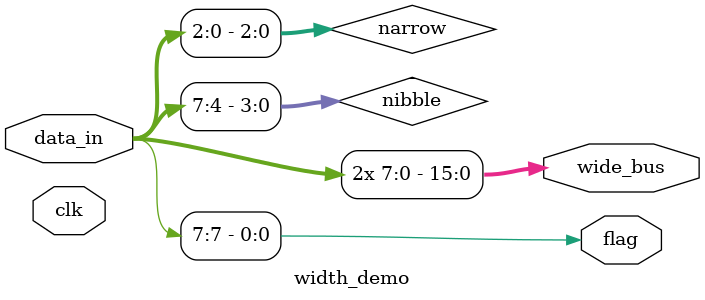
<source format=sv>
module width_demo (
    input  logic              clk,
    input  logic [7:0]        data_in,
    output logic              flag,
    output logic [15:0]       wide_bus
);
    logic [3:0] nibble;
    logic [2:0] narrow;
    logic [7:0] line_mem [0:3];

    assign nibble = data_in[7:4];
    assign narrow = data_in[2:0];
    assign wide_bus = {data_in, data_in};
    assign flag = nibble[3];

endmodule

</source>
